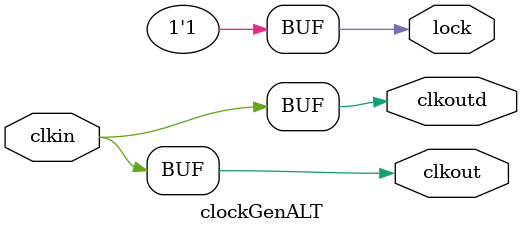
<source format=v>
module clockGenALT (clkout, clkoutd, lock, clkin);

output clkout;
output clkoutd;
output lock;
input clkin;

	assign clkoutd = clkin;//not functionally correct for VGA
	assign clkout = clkin;
	assign lock = 1'b1;

endmodule

</source>
